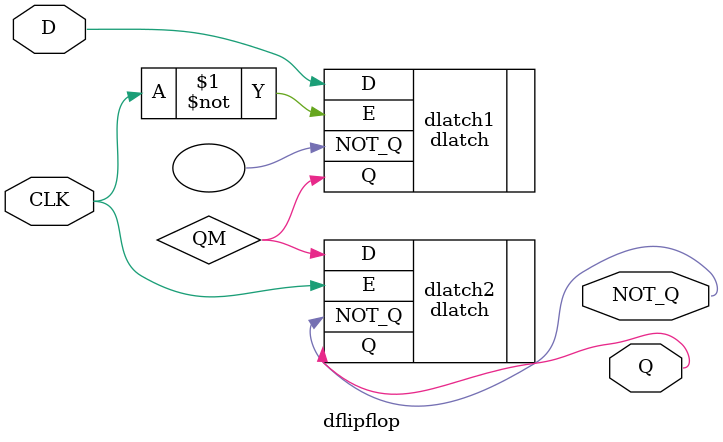
<source format=v>
module dflipflop (
    input wire D,
    input wire CLK,
    output wire Q,
    output wire NOT_Q
);

wire QM;

dlatch dlatch1(
    .D(D),
    .E(~CLK),
    .Q(QM),
    .NOT_Q()
);

dlatch dlatch2(
    .D(QM),
    .E(CLK),
    .Q(Q),
    .NOT_Q(NOT_Q)
);
    
endmodule
</source>
